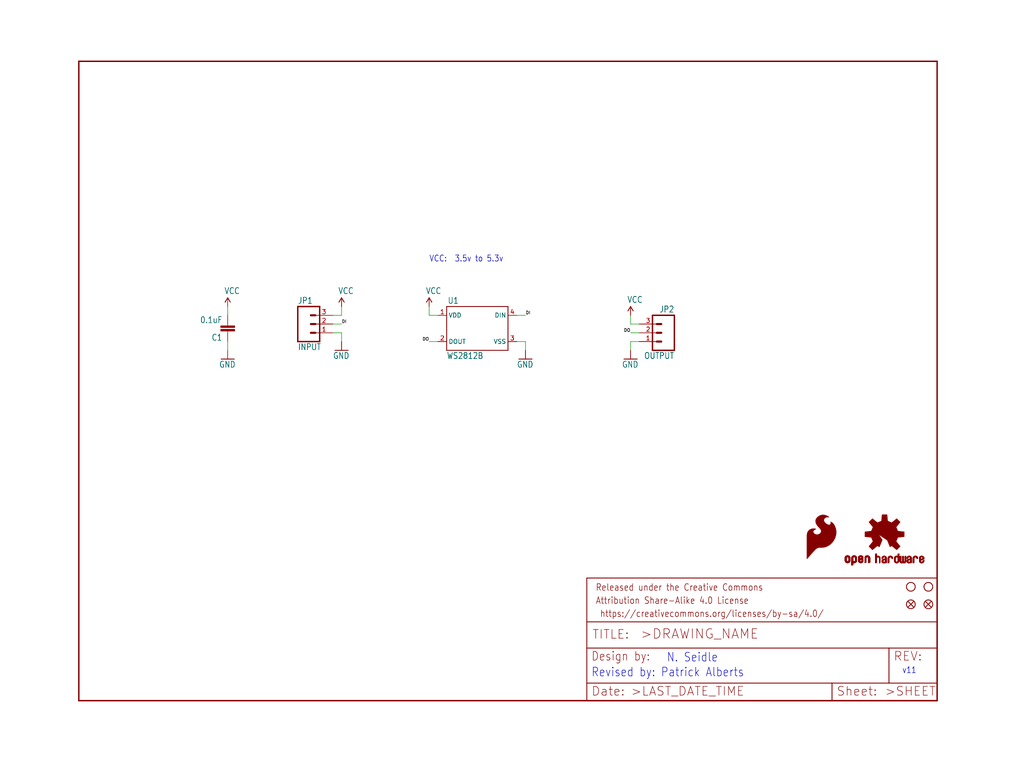
<source format=kicad_sch>
(kicad_sch (version 20211123) (generator eeschema)
  (paper "User" 297.002 223.926)
  (lib_symbols
    (symbol "schematicEagle-eagle-import:0.1UF-25V(+80{slash}-20%)(0603)"
      (property "Reference" "C" (at 1.524 2.921 0))
      (property "Value" "0.1UF-25V(+80{slash}-20%)(0603)" (at 1.524 -2.159 0))
      (symbol "0.1UF-25V(+80{slash}-20%)(0603)_1_0"
        (pin passive line (at 0 5.08 270) (length 2.54) (name "1") (number "1"))
        (pin passive line (at 0 -2.54 90) (length 2.54) (name "2") (number "2"))
      )
    )
    (symbol "schematicEagle-eagle-import:FIDUCIAL1X2")
    (symbol "schematicEagle-eagle-import:FRAME-LETTER"
      (symbol "FRAME-LETTER_2_0"
        (text " https://creativecommons.org/licenses/by-sa/4.0/" (at 2.54 24.13 0) (effects (font (size 1.9304 1.6408)) (justify left bottom)))
        (text ">DRAWING_NAME" (at 15.494 17.78 0) (effects (font (size 2.7432 2.7432)) (justify left bottom)))
        (text ">LAST_DATE_TIME" (at 12.7 1.27 0) (effects (font (size 2.54 2.54)) (justify left bottom)))
        (text ">SHEET" (at 86.36 1.27 0) (effects (font (size 2.54 2.54)) (justify left bottom)))
        (text "Attribution Share-Alike 4.0 License" (at 2.54 27.94 0) (effects (font (size 1.9304 1.6408)) (justify left bottom)))
        (text "Date:" (at 1.27 1.27 0) (effects (font (size 2.54 2.54)) (justify left bottom)))
        (text "Design by:" (at 1.27 11.43 0) (effects (font (size 2.54 2.159)) (justify left bottom)))
        (text "Released under the Creative Commons" (at 2.54 31.75 0) (effects (font (size 1.9304 1.6408)) (justify left bottom)))
        (text "REV:" (at 88.9 11.43 0) (effects (font (size 2.54 2.54)) (justify left bottom)))
        (text "Sheet:" (at 72.39 1.27 0) (effects (font (size 2.54 2.54)) (justify left bottom)))
        (text "TITLE:" (at 1.524 17.78 0) (effects (font (size 2.54 2.54)) (justify left bottom)))
      )
    )
    (symbol "schematicEagle-eagle-import:GND" (power)
      (property "Value" "GND" (at -2.54 -2.54 0))
      (symbol "GND_1_0"
        (pin power_in line (at 0 2.54 270) (length 2.54) (name "GND") (number "1"))
      )
    )
    (symbol "schematicEagle-eagle-import:M03PTH"
      (property "Reference" "JP" (at -2.54 5.842 0))
      (property "Value" "M03PTH" (at -2.54 -7.62 0))
      (symbol "M03PTH_1_0"
        (pin passive line (at 7.62 -2.54 180) (length 5.08) (name "1") (number "1"))
        (pin passive line (at 7.62 0 180) (length 5.08) (name "2") (number "2"))
        (pin passive line (at 7.62 2.54 180) (length 5.08) (name "3") (number "3"))
      )
    )
    (symbol "schematicEagle-eagle-import:OSHW-LOGOS")
    (symbol "schematicEagle-eagle-import:SFE_LOGO_FLAME.1_INCH")
    (symbol "schematicEagle-eagle-import:STAND-OFF")
    (symbol "schematicEagle-eagle-import:VCC" (power)
      (property "Value" "VCC" (at -1.016 3.556 0))
      (symbol "VCC_1_0"
        (pin power_in line (at 0 0 90) (length 2.54) (name "VCC") (number "1"))
      )
    )
    (symbol "schematicEagle-eagle-import:WS2812B"
      (property "Reference" "D" (at -2.286 8.382 0))
      (property "Value" "WS2812B" (at -2.54 -7.62 0))
      (symbol "WS2812B_1_0"
        (pin power_in line (at -5.08 5.08 0) (length 2.54) (name "VDD") (number "1"))
        (pin output line (at -5.08 -2.54 0) (length 2.54) (name "DOUT") (number "2"))
        (pin power_in line (at 17.78 -2.54 180) (length 2.54) (name "VSS") (number "3"))
        (pin input line (at 17.78 5.08 180) (length 2.54) (name "DIN") (number "4"))
      )
    )
  )
  (wire (pts (xy 185.42 93.98) (xy 182.88 93.98)))
  (wire (pts (xy 149.86 99.06) (xy 152.4 99.06)))
  (wire (pts (xy 96.52 93.98) (xy 99.06 93.98)))
  (wire (pts (xy 99.06 91.44) (xy 99.06 88.9)))
  (wire (pts (xy 99.06 96.52) (xy 99.06 99.06)))
  (wire (pts (xy 127 99.06) (xy 124.46 99.06)))
  (wire (pts (xy 127 91.44) (xy 124.46 91.44)))
  (wire (pts (xy 96.52 91.44) (xy 99.06 91.44)))
  (wire (pts (xy 182.88 93.98) (xy 182.88 91.44)))
  (wire (pts (xy 185.42 96.52) (xy 182.88 96.52)))
  (wire (pts (xy 96.52 96.52) (xy 99.06 96.52)))
  (wire (pts (xy 66.04 99.06) (xy 66.04 101.6)))
  (wire (pts (xy 152.4 99.06) (xy 152.4 101.6)))
  (wire (pts (xy 149.86 91.44) (xy 152.4 91.44)))
  (wire (pts (xy 124.46 91.44) (xy 124.46 88.9)))
  (wire (pts (xy 66.04 88.9) (xy 66.04 91.44)))
  (wire (pts (xy 182.88 99.06) (xy 182.88 101.6)))
  (wire (pts (xy 185.42 99.06) (xy 182.88 99.06)))
  (text "VCC:  3.5v to 5.3v" (at 124.46 76.2 180) (effects (font (size 1.778 1.5113)) (justify left bottom)))
  (text "v11" (at 261.62 195.58 180) (effects (font (size 1.778 1.5113)) (justify left bottom)))
  (text "Revised by: Patrick Alberts" (at 171.45 196.596 180) (effects (font (size 2.54 2.159)) (justify left bottom)))
  (text "N. Seidle" (at 193.294 192.278 180) (effects (font (size 2.54 2.159)) (justify left bottom)))
  (label "DO" (at 182.88 96.52 180) (effects (font (size 0.889 0.889))))
  (label "DO" (at 124.46 99.06 180) (effects (font (size 0.889 0.889))))
  (label "DI" (at 152.4 91.44 0) (effects (font (size 0.889 0.889))))
  (label "DI" (at 99.06 93.98 0) (effects (font (size 0.889 0.889))))
  (symbol (lib_id "schematicEagle-eagle-import:M03PTH") (at 88.9 93.98 0) (unit 1)
    (property "Reference" "JP1" (at 86.36 88.138 0) (effects (font (size 1.778 1.5113)) (justify left bottom)))
    (property "Value" "INPUT" (at 86.36 101.6 0) (effects (font (size 1.778 1.5113)) (justify left bottom)))
    (property "Footprint" "schematicEagle:1X03" (effects hide))
  )
  (symbol (lib_id "schematicEagle-eagle-import:FRAME-LETTER") (at 22.86 203.2 0) (unit 1)
    (property "Reference" "FRAME1" (effects hide))
    (property "Value" "FRAME-LETTER" (effects hide))
    (property "Footprint" "schematicEagle:CREATIVE_COMMONS" (effects hide))
  )
  (symbol (lib_id "schematicEagle-eagle-import:0.1UF-25V(+80{slash}-20%)(0603)") (at 66.04 93.98 180) (unit 1)
    (property "Reference" "C1" (at 64.516 96.901 0) (effects (font (size 1.778 1.5113)) (justify left bottom)))
    (property "Value" "0.1uF" (at 64.516 91.821 0) (effects (font (size 1.778 1.5113)) (justify left bottom)))
    (property "Footprint" "schematicEagle:0603-CAP" (effects hide))
  )
  (symbol (lib_id "schematicEagle-eagle-import:FIDUCIAL1X2") (at 264.16 175.26 0) (unit 1)
    (property "Reference" "FID2" (effects hide))
    (property "Value" "FIDUCIAL1X2" (effects hide))
    (property "Footprint" "schematicEagle:FIDUCIAL-1X2" (effects hide))
  )
  (symbol (lib_id "schematicEagle-eagle-import:FRAME-LETTER") (at 170.18 203.2 0) (unit 2)
    (property "Reference" "FRAME1" (effects hide))
    (property "Value" "FRAME-LETTER" (effects hide))
    (property "Footprint" "schematicEagle:CREATIVE_COMMONS" (effects hide))
  )
  (symbol (lib_id "schematicEagle-eagle-import:STAND-OFF") (at 264.16 170.18 0) (unit 1)
    (property "Reference" "JP4" (effects hide))
    (property "Value" "STAND-OFF" (effects hide))
    (property "Footprint" "schematicEagle:STAND-OFF" (effects hide))
  )
  (symbol (lib_id "schematicEagle-eagle-import:SFE_LOGO_FLAME.1_INCH") (at 233.68 162.56 0) (unit 1)
    (property "Reference" "LOGO2" (effects hide))
    (property "Value" "SFE_LOGO_FLAME.1_INCH" (effects hide))
    (property "Footprint" "schematicEagle:SFE_LOGO_FLAME_.1" (effects hide))
  )
  (symbol (lib_id "schematicEagle-eagle-import:GND") (at 99.06 101.6 0) (unit 1)
    (property "Reference" "#GND3" (effects hide))
    (property "Value" "GND" (at 96.52 104.14 0) (effects (font (size 1.778 1.5113)) (justify left bottom)))
    (property "Footprint" "schematicEagle:" (effects hide))
  )
  (symbol (lib_id "schematicEagle-eagle-import:M03PTH") (at 193.04 96.52 0) (mirror y) (unit 1)
    (property "Reference" "JP2" (at 195.58 90.678 0) (effects (font (size 1.778 1.5113)) (justify left bottom)))
    (property "Value" "OUTPUT" (at 195.58 104.14 0) (effects (font (size 1.778 1.5113)) (justify left bottom)))
    (property "Footprint" "schematicEagle:1X03" (effects hide))
  )
  (symbol (lib_id "schematicEagle-eagle-import:STAND-OFF") (at 269.24 170.18 0) (unit 1)
    (property "Reference" "JP15" (effects hide))
    (property "Value" "STAND-OFF" (effects hide))
    (property "Footprint" "schematicEagle:STAND-OFF" (effects hide))
  )
  (symbol (lib_id "schematicEagle-eagle-import:GND") (at 182.88 104.14 0) (unit 1)
    (property "Reference" "#GND4" (effects hide))
    (property "Value" "GND" (at 180.34 106.68 0) (effects (font (size 1.778 1.5113)) (justify left bottom)))
    (property "Footprint" "schematicEagle:" (effects hide))
  )
  (symbol (lib_id "schematicEagle-eagle-import:VCC") (at 124.46 88.9 0) (unit 1)
    (property "Reference" "#P+2" (effects hide))
    (property "Value" "VCC" (at 123.444 85.344 0) (effects (font (size 1.778 1.5113)) (justify left bottom)))
    (property "Footprint" "schematicEagle:" (effects hide))
  )
  (symbol (lib_id "schematicEagle-eagle-import:VCC") (at 182.88 91.44 0) (unit 1)
    (property "Reference" "#P+5" (effects hide))
    (property "Value" "VCC" (at 181.864 87.884 0) (effects (font (size 1.778 1.5113)) (justify left bottom)))
    (property "Footprint" "schematicEagle:" (effects hide))
  )
  (symbol (lib_id "schematicEagle-eagle-import:FIDUCIAL1X2") (at 269.24 175.26 0) (unit 1)
    (property "Reference" "FID1" (effects hide))
    (property "Value" "FIDUCIAL1X2" (effects hide))
    (property "Footprint" "schematicEagle:FIDUCIAL-1X2" (effects hide))
  )
  (symbol (lib_id "schematicEagle-eagle-import:OSHW-LOGOS") (at 256.54 154.94 0) (unit 1)
    (property "Reference" "LOGO1" (effects hide))
    (property "Value" "OSHW-LOGOS" (effects hide))
    (property "Footprint" "schematicEagle:OSHW-LOGO-S" (effects hide))
  )
  (symbol (lib_id "schematicEagle-eagle-import:VCC") (at 99.06 88.9 0) (unit 1)
    (property "Reference" "#P+4" (effects hide))
    (property "Value" "VCC" (at 98.044 85.344 0) (effects (font (size 1.778 1.5113)) (justify left bottom)))
    (property "Footprint" "schematicEagle:" (effects hide))
  )
  (symbol (lib_id "schematicEagle-eagle-import:VCC") (at 66.04 88.9 0) (unit 1)
    (property "Reference" "#P+1" (effects hide))
    (property "Value" "VCC" (at 65.024 85.344 0) (effects (font (size 1.778 1.5113)) (justify left bottom)))
    (property "Footprint" "schematicEagle:" (effects hide))
  )
  (symbol (lib_id "schematicEagle-eagle-import:WS2812B") (at 132.08 96.52 0) (unit 1)
    (property "Reference" "U1" (at 129.794 88.138 0) (effects (font (size 1.778 1.5113)) (justify left bottom)))
    (property "Value" "WS2812B" (at 129.54 104.14 0) (effects (font (size 1.778 1.5113)) (justify left bottom)))
    (property "Footprint" "schematicEagle:WS2812B" (effects hide))
  )
  (symbol (lib_id "schematicEagle-eagle-import:GND") (at 66.04 104.14 0) (unit 1)
    (property "Reference" "#GND1" (effects hide))
    (property "Value" "GND" (at 63.5 106.68 0) (effects (font (size 1.778 1.5113)) (justify left bottom)))
    (property "Footprint" "schematicEagle:" (effects hide))
  )
  (symbol (lib_id "schematicEagle-eagle-import:GND") (at 152.4 104.14 0) (unit 1)
    (property "Reference" "#GND5" (effects hide))
    (property "Value" "GND" (at 149.86 106.68 0) (effects (font (size 1.778 1.5113)) (justify left bottom)))
    (property "Footprint" "schematicEagle:" (effects hide))
  )
)
</source>
